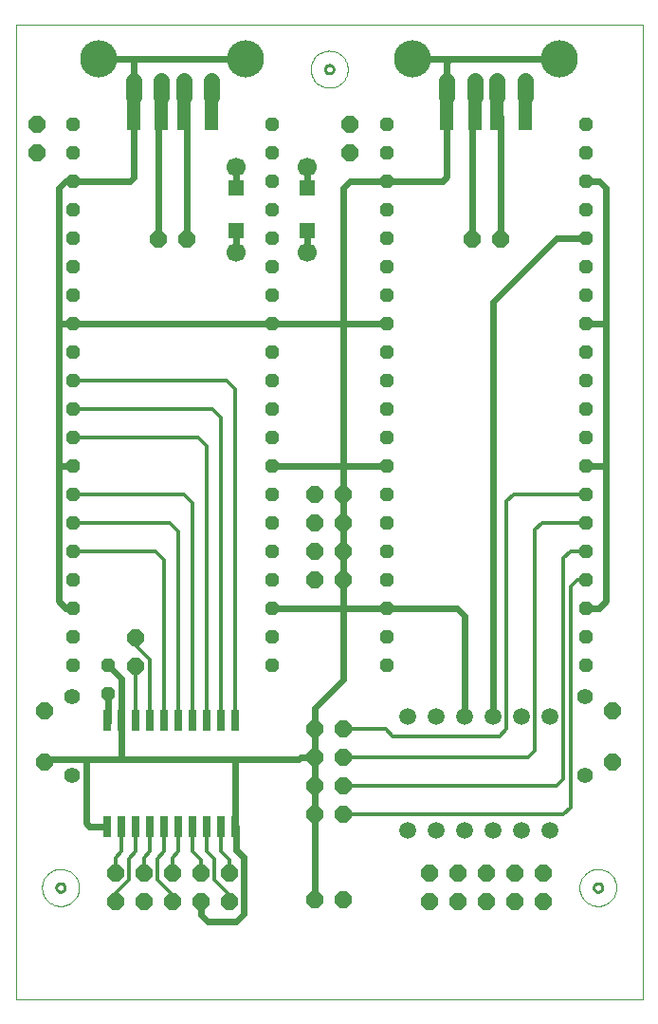
<source format=gtl>
G75*
%MOIN*%
%OFA0B0*%
%FSLAX24Y24*%
%IPPOS*%
%LPD*%
%AMOC8*
5,1,8,0,0,1.08239X$1,22.5*
%
%ADD10C,0.0000*%
%ADD11OC8,0.0472*%
%ADD12C,0.0591*%
%ADD13OC8,0.0600*%
%ADD14C,0.0560*%
%ADD15R,0.0276X0.0768*%
%ADD16OC8,0.0480*%
%ADD17C,0.0100*%
%ADD18C,0.0561*%
%ADD19C,0.1306*%
%ADD20R,0.0472X0.1181*%
%ADD21R,0.0551X0.0551*%
%ADD22C,0.0669*%
%ADD23C,0.0240*%
%ADD24R,0.0354X0.0354*%
%ADD25C,0.0120*%
D10*
X001150Y001053D02*
X001150Y035305D01*
X023197Y035305D01*
X023197Y001053D01*
X001150Y001053D01*
X002075Y004990D02*
X002077Y005040D01*
X002083Y005090D01*
X002093Y005140D01*
X002106Y005188D01*
X002123Y005236D01*
X002144Y005282D01*
X002168Y005326D01*
X002196Y005368D01*
X002227Y005408D01*
X002261Y005445D01*
X002298Y005480D01*
X002337Y005511D01*
X002378Y005540D01*
X002422Y005565D01*
X002468Y005587D01*
X002515Y005605D01*
X002563Y005619D01*
X002612Y005630D01*
X002662Y005637D01*
X002712Y005640D01*
X002763Y005639D01*
X002813Y005634D01*
X002863Y005625D01*
X002911Y005613D01*
X002959Y005596D01*
X003005Y005576D01*
X003050Y005553D01*
X003093Y005526D01*
X003133Y005496D01*
X003171Y005463D01*
X003206Y005427D01*
X003239Y005388D01*
X003268Y005347D01*
X003294Y005304D01*
X003317Y005259D01*
X003336Y005212D01*
X003351Y005164D01*
X003363Y005115D01*
X003371Y005065D01*
X003375Y005015D01*
X003375Y004965D01*
X003371Y004915D01*
X003363Y004865D01*
X003351Y004816D01*
X003336Y004768D01*
X003317Y004721D01*
X003294Y004676D01*
X003268Y004633D01*
X003239Y004592D01*
X003206Y004553D01*
X003171Y004517D01*
X003133Y004484D01*
X003093Y004454D01*
X003050Y004427D01*
X003005Y004404D01*
X002959Y004384D01*
X002911Y004367D01*
X002863Y004355D01*
X002813Y004346D01*
X002763Y004341D01*
X002712Y004340D01*
X002662Y004343D01*
X002612Y004350D01*
X002563Y004361D01*
X002515Y004375D01*
X002468Y004393D01*
X002422Y004415D01*
X002378Y004440D01*
X002337Y004469D01*
X002298Y004500D01*
X002261Y004535D01*
X002227Y004572D01*
X002196Y004612D01*
X002168Y004654D01*
X002144Y004698D01*
X002123Y004744D01*
X002106Y004792D01*
X002093Y004840D01*
X002083Y004890D01*
X002077Y004940D01*
X002075Y004990D01*
X011524Y033730D02*
X011526Y033780D01*
X011532Y033830D01*
X011542Y033880D01*
X011555Y033928D01*
X011572Y033976D01*
X011593Y034022D01*
X011617Y034066D01*
X011645Y034108D01*
X011676Y034148D01*
X011710Y034185D01*
X011747Y034220D01*
X011786Y034251D01*
X011827Y034280D01*
X011871Y034305D01*
X011917Y034327D01*
X011964Y034345D01*
X012012Y034359D01*
X012061Y034370D01*
X012111Y034377D01*
X012161Y034380D01*
X012212Y034379D01*
X012262Y034374D01*
X012312Y034365D01*
X012360Y034353D01*
X012408Y034336D01*
X012454Y034316D01*
X012499Y034293D01*
X012542Y034266D01*
X012582Y034236D01*
X012620Y034203D01*
X012655Y034167D01*
X012688Y034128D01*
X012717Y034087D01*
X012743Y034044D01*
X012766Y033999D01*
X012785Y033952D01*
X012800Y033904D01*
X012812Y033855D01*
X012820Y033805D01*
X012824Y033755D01*
X012824Y033705D01*
X012820Y033655D01*
X012812Y033605D01*
X012800Y033556D01*
X012785Y033508D01*
X012766Y033461D01*
X012743Y033416D01*
X012717Y033373D01*
X012688Y033332D01*
X012655Y033293D01*
X012620Y033257D01*
X012582Y033224D01*
X012542Y033194D01*
X012499Y033167D01*
X012454Y033144D01*
X012408Y033124D01*
X012360Y033107D01*
X012312Y033095D01*
X012262Y033086D01*
X012212Y033081D01*
X012161Y033080D01*
X012111Y033083D01*
X012061Y033090D01*
X012012Y033101D01*
X011964Y033115D01*
X011917Y033133D01*
X011871Y033155D01*
X011827Y033180D01*
X011786Y033209D01*
X011747Y033240D01*
X011710Y033275D01*
X011676Y033312D01*
X011645Y033352D01*
X011617Y033394D01*
X011593Y033438D01*
X011572Y033484D01*
X011555Y033532D01*
X011542Y033580D01*
X011532Y033630D01*
X011526Y033680D01*
X011524Y033730D01*
X020972Y004990D02*
X020974Y005040D01*
X020980Y005090D01*
X020990Y005140D01*
X021003Y005188D01*
X021020Y005236D01*
X021041Y005282D01*
X021065Y005326D01*
X021093Y005368D01*
X021124Y005408D01*
X021158Y005445D01*
X021195Y005480D01*
X021234Y005511D01*
X021275Y005540D01*
X021319Y005565D01*
X021365Y005587D01*
X021412Y005605D01*
X021460Y005619D01*
X021509Y005630D01*
X021559Y005637D01*
X021609Y005640D01*
X021660Y005639D01*
X021710Y005634D01*
X021760Y005625D01*
X021808Y005613D01*
X021856Y005596D01*
X021902Y005576D01*
X021947Y005553D01*
X021990Y005526D01*
X022030Y005496D01*
X022068Y005463D01*
X022103Y005427D01*
X022136Y005388D01*
X022165Y005347D01*
X022191Y005304D01*
X022214Y005259D01*
X022233Y005212D01*
X022248Y005164D01*
X022260Y005115D01*
X022268Y005065D01*
X022272Y005015D01*
X022272Y004965D01*
X022268Y004915D01*
X022260Y004865D01*
X022248Y004816D01*
X022233Y004768D01*
X022214Y004721D01*
X022191Y004676D01*
X022165Y004633D01*
X022136Y004592D01*
X022103Y004553D01*
X022068Y004517D01*
X022030Y004484D01*
X021990Y004454D01*
X021947Y004427D01*
X021902Y004404D01*
X021856Y004384D01*
X021808Y004367D01*
X021760Y004355D01*
X021710Y004346D01*
X021660Y004341D01*
X021609Y004340D01*
X021559Y004343D01*
X021509Y004350D01*
X021460Y004361D01*
X021412Y004375D01*
X021365Y004393D01*
X021319Y004415D01*
X021275Y004440D01*
X021234Y004469D01*
X021195Y004500D01*
X021158Y004535D01*
X021124Y004572D01*
X021093Y004612D01*
X021065Y004654D01*
X021041Y004698D01*
X021020Y004744D01*
X021003Y004792D01*
X020990Y004840D01*
X020980Y004890D01*
X020974Y004940D01*
X020972Y004990D01*
D11*
X021185Y012803D03*
X021185Y013803D03*
X021185Y014803D03*
X021185Y015803D03*
X021185Y016803D03*
X021185Y017803D03*
X021185Y018803D03*
X021185Y019803D03*
X021185Y020803D03*
X021185Y021803D03*
X021185Y022803D03*
X021185Y023803D03*
X021185Y024803D03*
X021185Y025803D03*
X021185Y026803D03*
X021185Y027803D03*
X021185Y028803D03*
X021185Y029803D03*
X021185Y030803D03*
X021185Y031803D03*
X014185Y031803D03*
X014185Y030803D03*
X014185Y029803D03*
X014185Y028803D03*
X014185Y027803D03*
X014185Y026803D03*
X014185Y025803D03*
X014185Y024803D03*
X014185Y023803D03*
X014185Y022803D03*
X014185Y021803D03*
X014185Y020803D03*
X014185Y019803D03*
X014185Y018803D03*
X014185Y017803D03*
X014185Y016803D03*
X014185Y015803D03*
X014185Y014803D03*
X014185Y013803D03*
X014185Y012803D03*
X010162Y012803D03*
X010162Y013803D03*
X010162Y014803D03*
X010162Y015803D03*
X010162Y016803D03*
X010162Y017803D03*
X010162Y018803D03*
X010162Y019803D03*
X010162Y020803D03*
X010162Y021803D03*
X010162Y022803D03*
X010162Y023803D03*
X010162Y024803D03*
X010162Y025803D03*
X010162Y026803D03*
X010162Y027803D03*
X010162Y028803D03*
X010162Y029803D03*
X010162Y030803D03*
X010162Y031803D03*
X003162Y031803D03*
X003162Y030803D03*
X003162Y029803D03*
X003162Y028803D03*
X003162Y027803D03*
X003162Y026803D03*
X003162Y025803D03*
X003162Y024803D03*
X003162Y023803D03*
X003162Y022803D03*
X003162Y021803D03*
X003162Y020803D03*
X003162Y019803D03*
X003162Y018803D03*
X003162Y017803D03*
X003162Y016803D03*
X003162Y015803D03*
X003162Y014803D03*
X003162Y013803D03*
X003162Y012803D03*
D12*
X014924Y011000D03*
X015924Y011000D03*
X016924Y011000D03*
X017924Y011000D03*
X018924Y011000D03*
X019924Y011000D03*
X019924Y007000D03*
X018924Y007000D03*
X017924Y007000D03*
X016924Y007000D03*
X015924Y007000D03*
X014924Y007000D03*
D13*
X015685Y005500D03*
X015685Y004500D03*
X016685Y004500D03*
X016685Y005500D03*
X017685Y005500D03*
X017685Y004500D03*
X018685Y004500D03*
X018685Y005500D03*
X019685Y005500D03*
X019685Y004500D03*
X022140Y009413D03*
X022140Y011193D03*
X012650Y010553D03*
X012650Y009553D03*
X012650Y008553D03*
X012650Y007553D03*
X011650Y007553D03*
X011650Y008553D03*
X011650Y009553D03*
X011650Y010553D03*
X008662Y005500D03*
X008662Y004500D03*
X007662Y004500D03*
X007662Y005500D03*
X006662Y005500D03*
X006662Y004500D03*
X005662Y004500D03*
X005662Y005500D03*
X004662Y005500D03*
X004662Y004500D03*
X002160Y009413D03*
X002160Y011193D03*
X005376Y012750D03*
X005376Y013750D03*
X011650Y015803D03*
X011650Y016803D03*
X011650Y017803D03*
X011650Y018803D03*
X012650Y018803D03*
X012650Y017803D03*
X012650Y016803D03*
X012650Y015803D03*
X012650Y004553D03*
X011650Y004553D03*
X007162Y027750D03*
X006162Y027750D03*
X001900Y030803D03*
X001900Y031803D03*
X012900Y031803D03*
X012900Y030803D03*
X017185Y027750D03*
X018185Y027750D03*
D14*
X021160Y011683D03*
X021160Y008923D03*
X003140Y008923D03*
X003140Y011683D03*
D15*
X004376Y010860D03*
X004876Y010860D03*
X005376Y010860D03*
X005876Y010860D03*
X006376Y010860D03*
X006876Y010860D03*
X007376Y010860D03*
X007876Y010860D03*
X008376Y010860D03*
X008876Y010860D03*
X008876Y007140D03*
X008376Y007140D03*
X007876Y007140D03*
X007376Y007140D03*
X006876Y007140D03*
X006376Y007140D03*
X005876Y007140D03*
X005376Y007140D03*
X004876Y007140D03*
X004376Y007140D03*
D16*
X004400Y011803D03*
X004400Y012803D03*
D17*
X002575Y004990D02*
X002577Y005014D01*
X002583Y005038D01*
X002592Y005060D01*
X002605Y005080D01*
X002621Y005098D01*
X002640Y005113D01*
X002661Y005126D01*
X002683Y005134D01*
X002707Y005139D01*
X002731Y005140D01*
X002755Y005137D01*
X002778Y005130D01*
X002800Y005120D01*
X002820Y005106D01*
X002837Y005089D01*
X002852Y005070D01*
X002863Y005049D01*
X002871Y005026D01*
X002875Y005002D01*
X002875Y004978D01*
X002871Y004954D01*
X002863Y004931D01*
X002852Y004910D01*
X002837Y004891D01*
X002820Y004874D01*
X002800Y004860D01*
X002778Y004850D01*
X002755Y004843D01*
X002731Y004840D01*
X002707Y004841D01*
X002683Y004846D01*
X002661Y004854D01*
X002640Y004867D01*
X002621Y004882D01*
X002605Y004900D01*
X002592Y004920D01*
X002583Y004942D01*
X002577Y004966D01*
X002575Y004990D01*
X012024Y033730D02*
X012026Y033754D01*
X012032Y033778D01*
X012041Y033800D01*
X012054Y033820D01*
X012070Y033838D01*
X012089Y033853D01*
X012110Y033866D01*
X012132Y033874D01*
X012156Y033879D01*
X012180Y033880D01*
X012204Y033877D01*
X012227Y033870D01*
X012249Y033860D01*
X012269Y033846D01*
X012286Y033829D01*
X012301Y033810D01*
X012312Y033789D01*
X012320Y033766D01*
X012324Y033742D01*
X012324Y033718D01*
X012320Y033694D01*
X012312Y033671D01*
X012301Y033650D01*
X012286Y033631D01*
X012269Y033614D01*
X012249Y033600D01*
X012227Y033590D01*
X012204Y033583D01*
X012180Y033580D01*
X012156Y033581D01*
X012132Y033586D01*
X012110Y033594D01*
X012089Y033607D01*
X012070Y033622D01*
X012054Y033640D01*
X012041Y033660D01*
X012032Y033682D01*
X012026Y033706D01*
X012024Y033730D01*
X021472Y004990D02*
X021474Y005014D01*
X021480Y005038D01*
X021489Y005060D01*
X021502Y005080D01*
X021518Y005098D01*
X021537Y005113D01*
X021558Y005126D01*
X021580Y005134D01*
X021604Y005139D01*
X021628Y005140D01*
X021652Y005137D01*
X021675Y005130D01*
X021697Y005120D01*
X021717Y005106D01*
X021734Y005089D01*
X021749Y005070D01*
X021760Y005049D01*
X021768Y005026D01*
X021772Y005002D01*
X021772Y004978D01*
X021768Y004954D01*
X021760Y004931D01*
X021749Y004910D01*
X021734Y004891D01*
X021717Y004874D01*
X021697Y004860D01*
X021675Y004850D01*
X021652Y004843D01*
X021628Y004840D01*
X021604Y004841D01*
X021580Y004846D01*
X021558Y004854D01*
X021537Y004867D01*
X021518Y004882D01*
X021502Y004900D01*
X021489Y004920D01*
X021480Y004942D01*
X021474Y004966D01*
X021472Y004990D01*
D18*
X019063Y032761D02*
X019063Y033322D01*
X018079Y033322D02*
X018079Y032761D01*
X017292Y032761D02*
X017292Y033322D01*
X016307Y033322D02*
X016307Y032761D01*
X008040Y032761D02*
X008040Y033322D01*
X007056Y033322D02*
X007056Y032761D01*
X006268Y032761D02*
X006268Y033322D01*
X005284Y033322D02*
X005284Y032761D01*
D19*
X004075Y034108D03*
X004075Y034108D03*
X009248Y034108D03*
X009248Y034108D03*
X015099Y034108D03*
X015099Y034108D03*
X020272Y034108D03*
X020272Y034108D03*
D20*
X019063Y032156D03*
X018079Y032156D03*
X017292Y032156D03*
X016307Y032156D03*
X008040Y032156D03*
X007056Y032156D03*
X006268Y032156D03*
X005284Y032156D03*
D21*
X008900Y029551D03*
X008900Y028055D03*
X011400Y028055D03*
X011400Y029551D03*
D22*
X011400Y030303D03*
X011400Y027303D03*
X008900Y027303D03*
X008900Y030303D03*
D23*
X008900Y029551D01*
X008900Y028055D02*
X008900Y027303D01*
X007162Y027750D02*
X007162Y032049D01*
X007056Y032156D01*
X007056Y033041D01*
X006268Y033041D02*
X006268Y032156D01*
X006162Y032049D01*
X006162Y027750D01*
X005150Y029803D02*
X003162Y029803D01*
X002900Y029803D01*
X002650Y029553D01*
X002650Y024803D01*
X003162Y024803D01*
X010162Y024803D01*
X012650Y024803D01*
X012650Y029553D01*
X012900Y029803D01*
X014185Y029803D01*
X015400Y029803D01*
X015424Y029780D01*
X015400Y029803D02*
X016150Y029803D01*
X016307Y029961D01*
X016307Y032156D01*
X016307Y033041D01*
X016307Y033992D01*
X016424Y034108D01*
X020272Y034108D01*
X019063Y033041D02*
X019063Y032156D01*
X018185Y032049D02*
X018079Y032156D01*
X018079Y032406D01*
X018174Y032500D01*
X018174Y032947D01*
X018079Y033041D01*
X017292Y033041D02*
X017292Y032156D01*
X017185Y032049D01*
X017185Y027750D01*
X018185Y027750D02*
X018185Y032049D01*
X016424Y034108D02*
X015099Y034108D01*
X011400Y030303D02*
X011400Y029551D01*
X011400Y028055D02*
X011400Y027303D01*
X012650Y024803D02*
X014185Y024803D01*
X012650Y024803D02*
X012650Y019803D01*
X014185Y019803D01*
X012650Y019803D02*
X012650Y018803D01*
X012650Y017803D01*
X012650Y016803D01*
X012650Y015803D01*
X012650Y014803D01*
X014185Y014803D01*
X016650Y014803D01*
X016924Y014530D01*
X016924Y011000D01*
X017924Y011000D02*
X017924Y025577D01*
X020150Y027803D01*
X021185Y027803D01*
X021900Y029553D02*
X021650Y029803D01*
X021185Y029803D01*
X021900Y029553D02*
X021900Y024803D01*
X021185Y024803D01*
X021900Y024803D02*
X021900Y019803D01*
X021185Y019803D01*
X021900Y019803D02*
X021900Y015053D01*
X021650Y014803D01*
X021185Y014803D01*
X012650Y014803D02*
X012650Y012303D01*
X011650Y011303D01*
X011650Y010553D01*
X011650Y009553D01*
X011650Y008553D01*
X011650Y007553D01*
X011650Y004553D01*
X009150Y004053D02*
X009150Y006053D01*
X008900Y006303D01*
X008900Y007116D01*
X008876Y007140D01*
X008876Y009500D01*
X011097Y009500D01*
X011150Y009553D01*
X011650Y009553D01*
X008876Y009500D02*
X004876Y009500D01*
X003626Y009500D01*
X002247Y009500D01*
X002160Y009413D01*
X003626Y009500D02*
X003626Y007250D01*
X003737Y007140D01*
X004376Y007140D01*
X004876Y009500D02*
X004876Y010860D01*
X004876Y012327D01*
X004400Y012803D01*
X004400Y011833D02*
X004400Y011803D01*
X004400Y010803D01*
X004376Y010827D01*
X004376Y010860D01*
X003162Y014803D02*
X002900Y014803D01*
X002650Y015053D01*
X002650Y019803D01*
X003162Y019803D01*
X002650Y019803D02*
X002650Y024803D01*
X005150Y029803D02*
X005284Y029937D01*
X005284Y032156D01*
X005284Y033041D01*
X005284Y034016D01*
X005376Y034108D01*
X009248Y034108D01*
X008040Y033041D02*
X008040Y032156D01*
X005376Y034108D02*
X004075Y034108D01*
X010162Y019803D02*
X012650Y019803D01*
X012650Y014803D02*
X010162Y014803D01*
X007662Y004500D02*
X007662Y004041D01*
X007900Y003803D01*
X008900Y003803D01*
X009150Y004053D01*
D24*
X004400Y011833D03*
D25*
X005376Y012750D02*
X005376Y010860D01*
X005876Y010860D02*
X005876Y013000D01*
X005376Y013500D01*
X005376Y013750D01*
X006376Y016500D02*
X006376Y010860D01*
X006876Y010860D02*
X006876Y017500D01*
X006573Y017803D01*
X003162Y017803D01*
X003162Y018803D02*
X007073Y018803D01*
X007376Y018500D01*
X007376Y010860D01*
X007876Y010860D02*
X007876Y020500D01*
X007573Y020803D01*
X003162Y020803D01*
X003162Y021803D02*
X008073Y021803D01*
X008376Y021500D01*
X008376Y010860D01*
X008876Y010860D02*
X008876Y022500D01*
X008573Y022803D01*
X003162Y022803D01*
X003162Y016803D02*
X006073Y016803D01*
X006376Y016500D01*
X006376Y007140D02*
X006376Y006250D01*
X006126Y006000D01*
X006126Y005250D01*
X006662Y004715D01*
X006662Y004500D01*
X006662Y005500D02*
X006662Y006035D01*
X006876Y006250D01*
X006876Y007140D01*
X007376Y007140D02*
X007376Y006250D01*
X007662Y005965D01*
X007662Y005500D01*
X008126Y005250D02*
X008126Y006000D01*
X007876Y006250D01*
X007876Y007140D01*
X008376Y007140D02*
X008376Y006250D01*
X008662Y005965D01*
X008662Y005500D01*
X008126Y005250D02*
X008662Y004715D01*
X008662Y004500D01*
X005876Y006250D02*
X005876Y007140D01*
X005376Y007140D02*
X005376Y006250D01*
X005126Y006000D01*
X005126Y005250D01*
X004626Y004750D01*
X004662Y004715D01*
X004662Y004500D01*
X004662Y005500D02*
X004662Y006035D01*
X004876Y006250D01*
X004876Y007140D01*
X005876Y006250D02*
X005662Y006035D01*
X005662Y005500D01*
X012650Y007553D02*
X020400Y007553D01*
X020650Y007803D01*
X020650Y015553D01*
X020900Y015803D01*
X021185Y015803D01*
X021185Y016803D02*
X020650Y016803D01*
X020400Y016553D01*
X020400Y008803D01*
X020150Y008553D01*
X012650Y008553D01*
X012650Y009553D02*
X019150Y009553D01*
X019400Y009803D01*
X019400Y017553D01*
X019650Y017803D01*
X021185Y017803D01*
X021185Y018803D02*
X018650Y018803D01*
X018400Y018553D01*
X018400Y010553D01*
X018150Y010303D01*
X014400Y010303D01*
X014150Y010553D01*
X012650Y010553D01*
M02*

</source>
